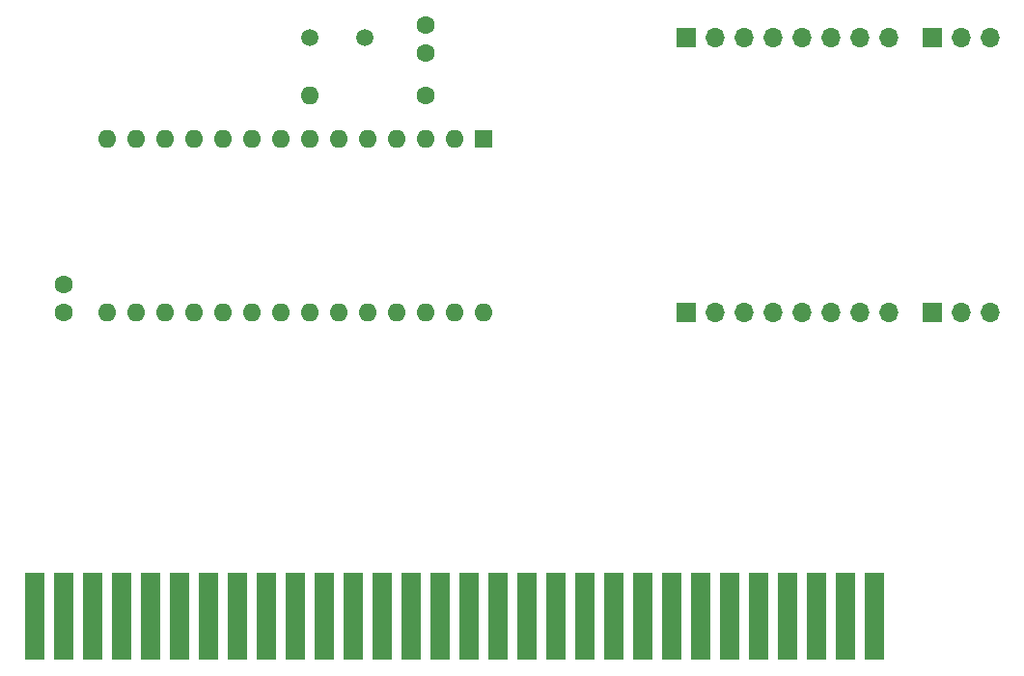
<source format=gbr>
%TF.GenerationSoftware,KiCad,Pcbnew,7.0.6*%
%TF.CreationDate,2023-07-08T15:29:37+08:00*%
%TF.ProjectId,SerialBoard,53657269-616c-4426-9f61-72642e6b6963,rev?*%
%TF.SameCoordinates,Original*%
%TF.FileFunction,Soldermask,Bot*%
%TF.FilePolarity,Negative*%
%FSLAX46Y46*%
G04 Gerber Fmt 4.6, Leading zero omitted, Abs format (unit mm)*
G04 Created by KiCad (PCBNEW 7.0.6) date 2023-07-08 15:29:37*
%MOMM*%
%LPD*%
G01*
G04 APERTURE LIST*
%ADD10R,1.600000X1.600000*%
%ADD11O,1.600000X1.600000*%
%ADD12R,1.780000X7.620000*%
%ADD13R,1.700000X1.700000*%
%ADD14O,1.700000X1.700000*%
%ADD15C,1.600000*%
%ADD16C,1.500000*%
G04 APERTURE END LIST*
D10*
%TO.C,U1*%
X158750000Y-88900000D03*
D11*
X156210000Y-88900000D03*
X153670000Y-88900000D03*
X151130000Y-88900000D03*
X148590000Y-88900000D03*
X146050000Y-88900000D03*
X143510000Y-88900000D03*
X140970000Y-88900000D03*
X138430000Y-88900000D03*
X135890000Y-88900000D03*
X133350000Y-88900000D03*
X130810000Y-88900000D03*
X128270000Y-88900000D03*
X125730000Y-88900000D03*
X125730000Y-104140000D03*
X128270000Y-104140000D03*
X130810000Y-104140000D03*
X133350000Y-104140000D03*
X135890000Y-104140000D03*
X138430000Y-104140000D03*
X140970000Y-104140000D03*
X143510000Y-104140000D03*
X146050000Y-104140000D03*
X148590000Y-104140000D03*
X151130000Y-104140000D03*
X153670000Y-104140000D03*
X156210000Y-104140000D03*
X158750000Y-104140000D03*
%TD*%
D12*
%TO.C,J1*%
X193040000Y-130810000D03*
X190500000Y-130810000D03*
X187960000Y-130810000D03*
X185420000Y-130810000D03*
X182880000Y-130810000D03*
X180340000Y-130810000D03*
X177800000Y-130810000D03*
X175260000Y-130810000D03*
X172720000Y-130810000D03*
X170180000Y-130810000D03*
X167640000Y-130810000D03*
X165100000Y-130810000D03*
X162560000Y-130810000D03*
X160020000Y-130810000D03*
X157480000Y-130810000D03*
X154940000Y-130810000D03*
X152400000Y-130810000D03*
X149860000Y-130810000D03*
X147320000Y-130810000D03*
X144780000Y-130810000D03*
X142240000Y-130810000D03*
X139700000Y-130810000D03*
X137160000Y-130810000D03*
X134620000Y-130810000D03*
X132080000Y-130810000D03*
X129540000Y-130810000D03*
X127000000Y-130810000D03*
X124460000Y-130810000D03*
X121920000Y-130810000D03*
X119380000Y-130810000D03*
%TD*%
D13*
%TO.C,J2*%
X198120000Y-80010000D03*
D14*
X200660000Y-80010000D03*
X203200000Y-80010000D03*
%TD*%
D13*
%TO.C,J3*%
X176530000Y-80010000D03*
D14*
X179070000Y-80010000D03*
X181610000Y-80010000D03*
X184150000Y-80010000D03*
X186690000Y-80010000D03*
X189230000Y-80010000D03*
X191770000Y-80010000D03*
X194310000Y-80010000D03*
%TD*%
D13*
%TO.C,J4*%
X176530000Y-104140000D03*
D14*
X179070000Y-104140000D03*
X181610000Y-104140000D03*
X184150000Y-104140000D03*
X186690000Y-104140000D03*
X189230000Y-104140000D03*
X191770000Y-104140000D03*
X194310000Y-104140000D03*
%TD*%
D15*
%TO.C,C2*%
X121920000Y-104140000D03*
X121920000Y-101640000D03*
%TD*%
%TO.C,C1*%
X153670000Y-81367000D03*
X153670000Y-78867000D03*
%TD*%
D13*
%TO.C,J5*%
X198120000Y-104140000D03*
D14*
X200660000Y-104140000D03*
X203200000Y-104140000D03*
%TD*%
D16*
%TO.C,Y1*%
X143510000Y-80010000D03*
X148390000Y-80010000D03*
%TD*%
D15*
%TO.C,R1*%
X153670000Y-85090000D03*
D11*
X143510000Y-85090000D03*
%TD*%
M02*

</source>
